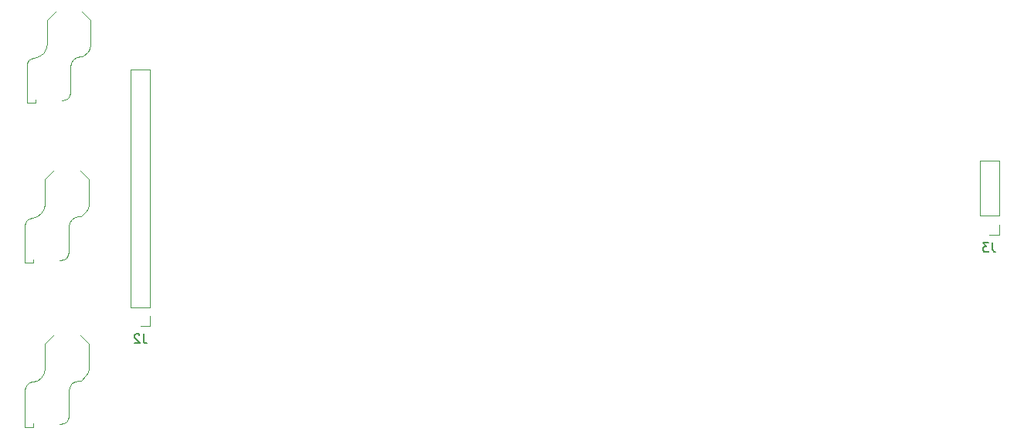
<source format=gbr>
%TF.GenerationSoftware,KiCad,Pcbnew,9.0.6*%
%TF.CreationDate,2025-12-14T23:53:19+07:00*%
%TF.ProjectId,audio_player,61756469-6f5f-4706-9c61-7965722e6b69,rev?*%
%TF.SameCoordinates,Original*%
%TF.FileFunction,Legend,Bot*%
%TF.FilePolarity,Positive*%
%FSLAX46Y46*%
G04 Gerber Fmt 4.6, Leading zero omitted, Abs format (unit mm)*
G04 Created by KiCad (PCBNEW 9.0.6) date 2025-12-14 23:53:19*
%MOMM*%
%LPD*%
G01*
G04 APERTURE LIST*
%ADD10C,0.150000*%
%ADD11C,0.120000*%
G04 APERTURE END LIST*
D10*
X209333333Y-94454819D02*
X209333333Y-95169104D01*
X209333333Y-95169104D02*
X209380952Y-95311961D01*
X209380952Y-95311961D02*
X209476190Y-95407200D01*
X209476190Y-95407200D02*
X209619047Y-95454819D01*
X209619047Y-95454819D02*
X209714285Y-95454819D01*
X208952380Y-94454819D02*
X208333333Y-94454819D01*
X208333333Y-94454819D02*
X208666666Y-94835771D01*
X208666666Y-94835771D02*
X208523809Y-94835771D01*
X208523809Y-94835771D02*
X208428571Y-94883390D01*
X208428571Y-94883390D02*
X208380952Y-94931009D01*
X208380952Y-94931009D02*
X208333333Y-95026247D01*
X208333333Y-95026247D02*
X208333333Y-95264342D01*
X208333333Y-95264342D02*
X208380952Y-95359580D01*
X208380952Y-95359580D02*
X208428571Y-95407200D01*
X208428571Y-95407200D02*
X208523809Y-95454819D01*
X208523809Y-95454819D02*
X208809523Y-95454819D01*
X208809523Y-95454819D02*
X208904761Y-95407200D01*
X208904761Y-95407200D02*
X208952380Y-95359580D01*
X116333333Y-104454819D02*
X116333333Y-105169104D01*
X116333333Y-105169104D02*
X116380952Y-105311961D01*
X116380952Y-105311961D02*
X116476190Y-105407200D01*
X116476190Y-105407200D02*
X116619047Y-105454819D01*
X116619047Y-105454819D02*
X116714285Y-105454819D01*
X115904761Y-104550057D02*
X115857142Y-104502438D01*
X115857142Y-104502438D02*
X115761904Y-104454819D01*
X115761904Y-104454819D02*
X115523809Y-104454819D01*
X115523809Y-104454819D02*
X115428571Y-104502438D01*
X115428571Y-104502438D02*
X115380952Y-104550057D01*
X115380952Y-104550057D02*
X115333333Y-104645295D01*
X115333333Y-104645295D02*
X115333333Y-104740533D01*
X115333333Y-104740533D02*
X115380952Y-104883390D01*
X115380952Y-104883390D02*
X115952380Y-105454819D01*
X115952380Y-105454819D02*
X115333333Y-105454819D01*
D11*
%TO.C,SW2*%
X103354000Y-92560000D02*
X103413000Y-92250000D01*
X103354000Y-96646000D02*
X103354000Y-92560000D01*
X103413000Y-92250000D02*
X103583000Y-91976000D01*
X103583000Y-91976000D02*
X103841000Y-91783000D01*
X103841000Y-91783000D02*
X104139000Y-91701000D01*
X104139000Y-91701000D02*
X104697000Y-91547000D01*
X104296000Y-96283000D02*
X104296000Y-96646000D01*
X104296000Y-96646000D02*
X103354000Y-96646000D01*
X104697000Y-91547000D02*
X105150000Y-91209000D01*
X105150000Y-91209000D02*
X105449000Y-90730000D01*
X105449000Y-90730000D02*
X105554000Y-90168000D01*
X105554000Y-87521000D02*
X106575000Y-86500000D01*
X105554000Y-90168000D02*
X105554000Y-87521000D01*
X107609000Y-96281000D02*
X107182000Y-96366000D01*
X107892000Y-96092000D02*
X107609000Y-96281000D01*
X108081000Y-95809000D02*
X107892000Y-96092000D01*
X108146000Y-92682000D02*
X108146000Y-95482000D01*
X108146000Y-95482000D02*
X108081000Y-95809000D01*
X108233000Y-92244000D02*
X108146000Y-92682000D01*
X108477000Y-91877000D02*
X108233000Y-92244000D01*
X108844000Y-91633000D02*
X108477000Y-91877000D01*
X109282000Y-91546000D02*
X108844000Y-91633000D01*
X109409000Y-86584000D02*
X110346000Y-87521000D01*
X109504000Y-91546000D02*
X109282000Y-91546000D01*
X110037000Y-91013000D02*
X109504000Y-91546000D01*
X110266000Y-90671000D02*
X110037000Y-91013000D01*
X110346000Y-87521000D02*
X110346000Y-90268000D01*
X110346000Y-90268000D02*
X110266000Y-90671000D01*
%TO.C,SW1*%
X103354000Y-110560000D02*
X103413000Y-110250000D01*
X103354000Y-114646000D02*
X103354000Y-110560000D01*
X103413000Y-110250000D02*
X103583000Y-109976000D01*
X103583000Y-109976000D02*
X103841000Y-109783000D01*
X103841000Y-109783000D02*
X104139000Y-109701000D01*
X104139000Y-109701000D02*
X104697000Y-109547000D01*
X104296000Y-114283000D02*
X104296000Y-114646000D01*
X104296000Y-114646000D02*
X103354000Y-114646000D01*
X104697000Y-109547000D02*
X105150000Y-109209000D01*
X105150000Y-109209000D02*
X105449000Y-108730000D01*
X105449000Y-108730000D02*
X105554000Y-108168000D01*
X105554000Y-105521000D02*
X106575000Y-104500000D01*
X105554000Y-108168000D02*
X105554000Y-105521000D01*
X107609000Y-114281000D02*
X107182000Y-114366000D01*
X107892000Y-114092000D02*
X107609000Y-114281000D01*
X108081000Y-113809000D02*
X107892000Y-114092000D01*
X108146000Y-110682000D02*
X108146000Y-113482000D01*
X108146000Y-113482000D02*
X108081000Y-113809000D01*
X108233000Y-110244000D02*
X108146000Y-110682000D01*
X108477000Y-109877000D02*
X108233000Y-110244000D01*
X108844000Y-109633000D02*
X108477000Y-109877000D01*
X109282000Y-109546000D02*
X108844000Y-109633000D01*
X109409000Y-104584000D02*
X110346000Y-105521000D01*
X109504000Y-109546000D02*
X109282000Y-109546000D01*
X110037000Y-109013000D02*
X109504000Y-109546000D01*
X110266000Y-108671000D02*
X110037000Y-109013000D01*
X110346000Y-105521000D02*
X110346000Y-108268000D01*
X110346000Y-108268000D02*
X110266000Y-108671000D01*
%TO.C,SW3*%
X103554000Y-75060000D02*
X103613000Y-74750000D01*
X103554000Y-79146000D02*
X103554000Y-75060000D01*
X103613000Y-74750000D02*
X103783000Y-74476000D01*
X103783000Y-74476000D02*
X104041000Y-74283000D01*
X104041000Y-74283000D02*
X104339000Y-74201000D01*
X104339000Y-74201000D02*
X104897000Y-74047000D01*
X104496000Y-78783000D02*
X104496000Y-79146000D01*
X104496000Y-79146000D02*
X103554000Y-79146000D01*
X104897000Y-74047000D02*
X105350000Y-73709000D01*
X105350000Y-73709000D02*
X105649000Y-73230000D01*
X105649000Y-73230000D02*
X105754000Y-72668000D01*
X105754000Y-70021000D02*
X106775000Y-69000000D01*
X105754000Y-72668000D02*
X105754000Y-70021000D01*
X107809000Y-78781000D02*
X107382000Y-78866000D01*
X108092000Y-78592000D02*
X107809000Y-78781000D01*
X108281000Y-78309000D02*
X108092000Y-78592000D01*
X108346000Y-75182000D02*
X108346000Y-77982000D01*
X108346000Y-77982000D02*
X108281000Y-78309000D01*
X108433000Y-74744000D02*
X108346000Y-75182000D01*
X108677000Y-74377000D02*
X108433000Y-74744000D01*
X109044000Y-74133000D02*
X108677000Y-74377000D01*
X109482000Y-74046000D02*
X109044000Y-74133000D01*
X109609000Y-69084000D02*
X110546000Y-70021000D01*
X109704000Y-74046000D02*
X109482000Y-74046000D01*
X110237000Y-73513000D02*
X109704000Y-74046000D01*
X110466000Y-73171000D02*
X110237000Y-73513000D01*
X110546000Y-70021000D02*
X110546000Y-72768000D01*
X110546000Y-72768000D02*
X110466000Y-73171000D01*
%TO.C,J3*%
X207940000Y-85440000D02*
X210060000Y-85440000D01*
X207940000Y-91500000D02*
X207940000Y-85440000D01*
X207940000Y-91500000D02*
X210060000Y-91500000D01*
X209000000Y-93560000D02*
X210060000Y-93560000D01*
X210060000Y-91500000D02*
X210060000Y-85440000D01*
X210060000Y-93560000D02*
X210060000Y-92500000D01*
%TO.C,J2*%
X114940000Y-75440000D02*
X117060000Y-75440000D01*
X114940000Y-101500000D02*
X114940000Y-75440000D01*
X114940000Y-101500000D02*
X117060000Y-101500000D01*
X116000000Y-103560000D02*
X117060000Y-103560000D01*
X117060000Y-101500000D02*
X117060000Y-75440000D01*
X117060000Y-103560000D02*
X117060000Y-102500000D01*
%TD*%
M02*

</source>
